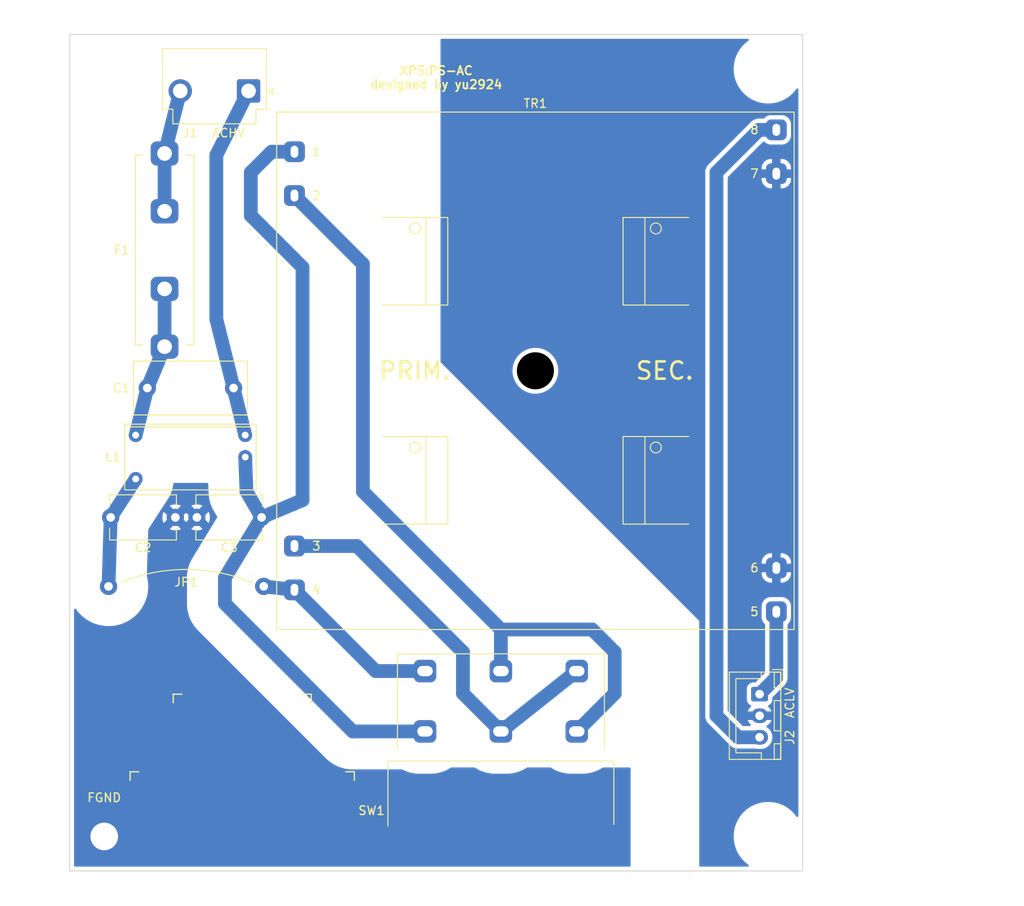
<source format=kicad_pcb>
(kicad_pcb (version 20211014) (generator pcbnew)
  (title_block (title "XPS:PS-AC") (company "yu2924"))
  (layers (0 "F.Cu" signal) (31 "B.Cu" signal) (34 "B.Paste" user) (35 "F.Paste" user) (36 "B.SilkS" user "B.Silkscreen") (37 "F.SilkS" user "F.Silkscreen") (38 "B.Mask" user) (39 "F.Mask" user) (44 "Edge.Cuts" user))
  (net 0 "")
  (net 1 "GNDREF")
  (net 2 "/B")
  (net 3 "Net-(J2-Pad1)")
  (net 4 "Net-(J2-Pad2)")
  (net 5 "Net-(J2-Pad3)")
  (net 6 "/C")
  (net 7 "/F")
  (net 8 "/A")
  (net 9 "/D")
  (net 10 "/H")
  (net 11 "/G")
  (net 12 "/E")
  (footprint "Local:JumpWire-P18mm" (layer "F.Cu") (at 43.5 94)
    (fp_text reference "JP1" (at 0 -0.5 unlocked) (layer "F.SilkS"))
    (fp_text value "jmp")
    (fp_arc (start -7.5 -0.499999) (mid 0.096155 -1.962232) (end 7.677871 -0.42689) (layer "F.SilkS") (width 0.12))
    (pad "1" thru_hole circle (at -9 0) (size 2 2) (drill 1) (layers *.Cu *.Mask) (net 6 "/C"))
    (pad "2" thru_hole circle (at 9 0) (size 2 2) (drill 1) (layers *.Cu *.Mask) (net 9 "/D"))
  )
  (footprint "Connector_JST:JST_VH_B2P3-VH_1x02_P7.92mm_Vertical" (layer "F.Cu") (at 50.7375 36.55 180)
    (fp_text reference "J1" (at 6.7675 -4.88 180) (layer "F.SilkS"))
    (fp_text value "ACHV" (at 2.3225 -4.88 180) (layer "F.SilkS"))
    (fp_line (start -2.86 0.3) (end -2.86 -0.3) (layer "F.SilkS") (width 0.12))
    (fp_line (start 8.78 -2.11) (end 9.98 -2.11) (layer "F.SilkS") (width 0.12))
    (fp_line (start -2.86 -0.3) (end -2.26 0) (layer "F.SilkS") (width 0.12))
    (fp_line (start 9.98 4.91) (end -2.06 4.91) (layer "F.SilkS") (width 0.12))
    (fp_line (start -2.06 -2.11) (end -0.86 -2.11) (layer "F.SilkS") (width 0.12))
    (fp_line (start 9.98 -2.11) (end 9.98 4.91) (layer "F.SilkS") (width 0.12))
    (fp_line (start -0.86 -2.11) (end -0.86 -3.81) (layer "F.SilkS") (width 0.12))
    (fp_line (start -0.86 -3.81) (end 8.78 -3.81) (layer "F.SilkS") (width 0.12))
    (fp_line (start 8.78 -3.81) (end 8.78 -2.11) (layer "F.SilkS") (width 0.12))
    (fp_line (start -2.06 4.91) (end -2.06 -2.11) (layer "F.SilkS") (width 0.12))
    (fp_line (start -2.26 0) (end -2.86 0.3) (layer "F.SilkS") (width 0.12))
    (pad "1" thru_hole roundrect locked (at 0 0 180) (size 2.7 2.7) (drill 1.7) (layers *.Cu *.Mask) (roundrect_rratio 0.09259296296) (net 12 "/E"))
    (pad "2" thru_hole circle locked (at 7.92 0 180) (size 2.7 2.7) (drill 1.7) (layers *.Cu *.Mask) (net 8 "/A"))
  )
  (footprint "Capacitor_THT:C_Disc_D7.5mm_W5.0mm_P7.50mm" (layer "F.Cu") (at 34.75 86)
    (fp_text reference "C2" (at 3.75 3.5) (layer "F.SilkS"))
    (fp_text value "1n")
    (fp_line (start -0.12 -2.62) (end -0.12 -1.256) (layer "F.SilkS") (width 0.12))
    (fp_line (start 7.62 -2.62) (end 7.62 -1.256) (layer "F.SilkS") (width 0.12))
    (fp_line (start -0.12 2.62) (end 7.62 2.62) (layer "F.SilkS") (width 0.12))
    (fp_line (start 7.62 1.256) (end 7.62 2.62) (layer "F.SilkS") (width 0.12))
    (fp_line (start -0.12 1.256) (end -0.12 2.62) (layer "F.SilkS") (width 0.12))
    (fp_line (start -0.12 -2.62) (end 7.62 -2.62) (layer "F.SilkS") (width 0.12))
    (pad "1" thru_hole circle locked (at 0 0) (size 2 2) (drill 1) (layers *.Cu *.Mask) (net 6 "/C"))
    (pad "2" thru_hole circle locked (at 7.5 0) (size 2 2) (drill 1) (layers *.Cu *.Mask) (net 1 "GNDREF"))
  )
  (footprint "Capacitor_THT:C_Rect_L13.0mm_W6.0mm_P10.00mm_FKS3_FKP3_MKS4" (layer "F.Cu") (at 39 71)
    (fp_text reference "C1" (at -3 0) (layer "F.SilkS"))
    (fp_text value "100n")
    (fp_line (start -1.62 -3.12) (end -1.62 3.12) (layer "F.SilkS") (width 0.12))
    (fp_line (start 11.62 -3.12) (end 11.62 3.12) (layer "F.SilkS") (width 0.12))
    (fp_line (start -1.62 -3.12) (end 11.62 -3.12) (layer "F.SilkS") (width 0.12))
    (fp_line (start -1.62 3.12) (end 11.62 3.12) (layer "F.SilkS") (width 0.12))
    (pad "1" thru_hole circle locked (at 0 0) (size 2 2) (drill 1) (layers *.Cu *.Mask) (net 2 "/B"))
    (pad "2" thru_hole circle locked (at 10 0) (size 2 2) (drill 1) (layers *.Cu *.Mask) (net 12 "/E"))
  )
  (footprint "Local:JST-XH-B3B-XH-A-1x03-P2.50mm-Vertical" (layer "F.Cu") (at 110 106.5 -90)
    (fp_text reference "J2" (at 5 -3.5 90 unlocked) (layer "F.SilkS"))
    (fp_text value "ACLV" (at 1 -3.5 90 unlocked) (layer "F.SilkS"))
    (fp_line (start -0.75 -2.45) (end -2.55 -2.45) (layer "F.SilkS") (width 0.12))
    (fp_line (start -2.56 3.51) (end 7.56 3.51) (layer "F.SilkS") (width 0.12))
    (fp_line (start 0.75 -1.7) (end 4.25 -1.7) (layer "F.SilkS") (width 0.12))
    (fp_line (start -2.55 -0.2) (end -1.8 -0.2) (layer "F.SilkS") (width 0.12))
    (fp_line (start 7.55 -2.45) (end 5.75 -2.45) (layer "F.SilkS") (width 0.12))
    (fp_line (start 7.56 -2.46) (end -2.56 -2.46) (layer "F.SilkS") (width 0.12))
    (fp_line (start -2.56 -2.46) (end -2.56 3.51) (layer "F.SilkS") (width 0.12))
    (fp_line (start -0.75 -1.7) (end -0.75 -2.45) (layer "F.SilkS") (width 0.12))
    (fp_line (start 4.25 -2.45) (end 0.75 -2.45) (layer "F.SilkS") (width 0.12))
    (fp_line (start -1.8 2.75) (end 2.5 2.75) (layer "F.SilkS") (width 0.12))
    (fp_line (start 6.8 -0.2) (end 6.8 2.75) (layer "F.SilkS") (width 0.12))
    (fp_line (start 7.56 3.51) (end 7.56 -2.46) (layer "F.SilkS") (width 0.12))
    (fp_line (start 7.55 -0.2) (end 6.8 -0.2) (layer "F.SilkS") (width 0.12))
    (fp_line (start 6.8 2.75) (end 2.5 2.75) (layer "F.SilkS") (width 0.12))
    (fp_line (start 5.75 -2.45) (end 5.75 -1.7) (layer "F.SilkS") (width 0.12))
    (fp_line (start -2.55 -2.45) (end -2.55 -1.7) (layer "F.SilkS") (width 0.12))
    (fp_line (start -2.55 -1.7) (end -0.75 -1.7) (layer "F.SilkS") (width 0.12))
    (fp_line (start 0.75 -2.45) (end 0.75 -1.7) (layer "F.SilkS") (width 0.12))
    (fp_line (start -2.85 -2.75) (end -2.85 -1.5) (layer "F.SilkS") (width 0.12))
    (fp_line (start 5.75 -1.7) (end 7.55 -1.7) (layer "F.SilkS") (width 0.12))
    (fp_line (start 7.55 -1.7) (end 7.55 -2.45) (layer "F.SilkS") (width 0.12))
    (fp_line (start -1.6 -2.75) (end -2.85 -2.75) (layer "F.SilkS") (width 0.12))
    (fp_line (start -1.8 -0.2) (end -1.8 2.75) (layer "F.SilkS") (width 0.12))
    (fp_line (start 4.25 -1.7) (end 4.25 -2.45) (layer "F.SilkS") (width 0.12))
    (pad "1" thru_hole roundrect (at 0 0 270) (size 1.7 1.95) (drill 1) (layers *.Cu *.Mask) (roundrect_rratio 0.1470588235) (net 3 "Net-(J2-Pad1)"))
    (pad "2" thru_hole oval (at 2.5 0 270) (size 1.7 1.95) (drill 1) (layers *.Cu *.Mask) (net 4 "Net-(J2-Pad2)"))
    (pad "3" thru_hole oval (at 5 0 270) (size 1.7 1.95) (drill 1) (layers *.Cu *.Mask) (net 5 "Net-(J2-Pad3)"))
  )
  (footprint "MountingHole:MountingHole_3.2mm_M3" (layer "F.Cu") (at 111 34)
    (fp_text reference "REF**" hide)
    (fp_text value "MountingHole_3.2mm_M3" hide)
    (pad "" np_thru_hole circle locked (at 0 0) (size 3.2 3.2) (drill 3.2) (layers F&B.Cu *.Mask) (clearance 2.4))
  )
  (footprint "Local:C&K-V80212MA08Q" (layer "F.Cu") (at 80 110.82)
    (fp_text reference "SW1" (at -15 9.18 unlocked) (layer "F.SilkS"))
    (fp_text value "V80212MA08Q")
    (fp_line (start -13.1 11) (end -13.1 3.43) (layer "F.SilkS") (width 0.12))
    (fp_line (start -13.1 3.43) (end 13.1 3.43) (layer "F.SilkS") (width 0.12))
    (fp_line (start 13.1 3.43) (end 13.1 10.8) (layer "F.SilkS") (width 0.12))
    (fp_line (start 12 -9) (end 12 2) (layer "F.SilkS") (width 0.12))
    (fp_line (start -12 2) (end -12 -9) (layer "F.SilkS") (width 0.12))
    (fp_line (start -12 -9) (end 12 -9) (layer "F.SilkS") (width 0.12))
    (pad "1" thru_hole roundrect (at 8.8 0) (size 2.6 2.6) (drill oval 1.8 1.2) (layers *.Cu *.Mask) (net 10 "/H"))
    (pad "2" thru_hole roundrect (at 0 0) (size 2.6 2.6) (drill oval 1.8 1.2) (layers *.Cu *.Mask) (net 11 "/G"))
    (pad "3" thru_hole roundrect (at -8.8 0) (size 2.6 2.6) (drill oval 1.8 1.2) (layers *.Cu *.Mask) (net 7 "/F"))
    (pad "4" thru_hole roundrect (at 8.8 -7) (size 2.6 2.6) (drill oval 1.8 1.2) (layers *.Cu *.Mask) (net 11 "/G"))
    (pad "5" thru_hole roundrect (at 0 -7) (size 2.6 2.6) (drill oval 1.8 1.2) (layers *.Cu *.Mask) (net 10 "/H"))
    (pad "6" thru_hole roundrect (at -8.8 -7) (size 2.6 2.6) (drill oval 1.8 1.2) (layers *.Cu *.Mask) (net 9 "/D"))
  )
  (footprint "Capacitor_THT:C_Disc_D7.5mm_W5.0mm_P7.50mm" (layer "F.Cu") (at 44.75 86)
    (fp_text reference "C3" (at 3.75 3.5) (layer "F.SilkS"))
    (fp_text value "1n")
    (fp_line (start -0.12 2.62) (end 7.62 2.62) (layer "F.SilkS") (width 0.12))
    (fp_line (start -0.12 -2.62) (end -0.12 -1.256) (layer "F.SilkS") (width 0.12))
    (fp_line (start 7.62 1.256) (end 7.62 2.62) (layer "F.SilkS") (width 0.12))
    (fp_line (start -0.12 1.256) (end -0.12 2.62) (layer "F.SilkS") (width 0.12))
    (fp_line (start 7.62 -2.62) (end 7.62 -1.256) (layer "F.SilkS") (width 0.12))
    (fp_line (start -0.12 -2.62) (end 7.62 -2.62) (layer "F.SilkS") (width 0.12))
    (pad "1" thru_hole circle locked (at 0 0) (size 2 2) (drill 1) (layers *.Cu *.Mask) (net 1 "GNDREF"))
    (pad "2" thru_hole circle locked (at 7.5 0) (size 2 2) (drill 1) (layers *.Cu *.Mask) (net 7 "/F"))
  )
  (footprint "Local:Schaffner-RC212" (layer "F.Cu") (at 44 79)
    (fp_text reference "L1" (at -9 0 unlocked) (layer "F.SilkS"))
    (fp_text value "10m")
    (fp_line (start -7 -3.5) (end 7 -3.5) (layer "F.SilkS") (width 0.12))
    (fp_rect (start -7.62 -3.81) (end 7.62 3.81) (layer "F.SilkS") (width 0.12) (fill none))
    (pad "1" thru_hole circle (at -6.35 -2.54) (size 1.6 1.6) (drill 0.8) (layers *.Cu *.Mask) (net 2 "/B"))
    (pad "2" thru_hole circle (at -6.35 2.54) (size 1.6 1.6) (drill 0.8) (layers *.Cu *.Mask) (net 6 "/C"))
    (pad "3" thru_hole circle (at 6.35 -2.54) (size 1.6 1.6) (drill 0.8) (layers *.Cu *.Mask) (net 12 "/E"))
    (pad "4" thru_hole circle (at 6.35 0) (size 1.6 1.6) (drill 0.8) (layers *.Cu *.Mask) (net 7 "/F"))
  )
  (footprint "MountingHole:MountingHole_3.2mm_M3_Pad" (layer "F.Cu") (at 34 123)
    (fp_text reference "H1" hide)
    (fp_text value "FGND" (at 0 -4.5) (layer "F.SilkS"))
    (pad "1" thru_hole circle locked (at 0 0) (size 6.4 6.4) (drill 3.2) (layers *.Cu *.Mask) (net 1 "GNDREF"))
  )
  (footprint "MountingHole:MountingHole_3.2mm_M3" (layer "F.Cu") (at 111 123)
    (fp_text reference "REF**" hide)
    (fp_text value "MountingHole_3.2mm_M3" hide)
    (pad "" np_thru_hole circle locked (at 0 0) (size 3.2 3.2) (drill 3.2) (layers F&B.Cu *.Mask) (clearance 2.4))
  )
  (footprint "Local:RS-124-3869" (layer "F.Cu") (at 84 69)
    (fp_text reference "TR1" (at 0 -31 unlocked) (layer "F.SilkS"))
    (fp_text value "RS124-3869")
    (fp_text user "3" (at -25.4 20.32 unlocked) (layer "F.SilkS"))
    (fp_text user "6" (at 25.4 22.86 unlocked) (layer "F.SilkS"))
    (fp_text user "SEC." (at 15 0 unlocked) (layer "F.SilkS") (effects (font (size 2 2) (thickness 0.3))))
    (fp_text user "2" (at -25.4 -20.32 unlocked) (layer "F.SilkS"))
    (fp_text user "1" (at -25.4 -25.4 unlocked) (layer "F.SilkS"))
    (fp_text user "8" (at 25.4 -27.94 unlocked) (layer "F.SilkS"))
    (fp_text user "PRIM." (at -14 0 unlocked) (layer "F.SilkS") (effects (font (size 2 2) (thickness 0.3))))
    (fp_text user "5" (at 25.4 27.94 unlocked) (layer "F.SilkS"))
    (fp_text user "7" (at 25.4 -22.86 unlocked) (layer "F.SilkS"))
    (fp_text user "4" (at -25.4 25.4 unlocked) (layer "F.SilkS"))
    (fp_line (start 12.7 7.62) (end 17.78 7.62) (layer "F.SilkS") (width 0.12))
    (fp_line (start -17.78 7.62) (end -12.7 7.62) (layer "F.SilkS") (width 0.12))
    (fp_line (start -12.7 -7.62) (end -17.78 -7.62) (layer "F.SilkS") (width 0.12))
    (fp_line (start 12.7 -7.62) (end 17.78 -7.62) (layer "F.SilkS") (width 0.12))
    (fp_line (start -17.78 -17.78) (end -12.7 -17.78) (layer "F.SilkS") (width 0.12))
    (fp_line (start 12.7 -17.78) (end 17.78 -17.78) (layer "F.SilkS") (width 0.12))
    (fp_line (start 12.7 17.78) (end 17.78 17.78) (layer "F.SilkS") (width 0.12))
    (fp_line (start -12.7 17.78) (end -17.78 17.78) (layer "F.SilkS") (width 0.12))
    (fp_rect (start -12.7 7.62) (end -10.16 17.78) (layer "F.SilkS") (width 0.12) (fill none))
    (fp_rect (start 10.16 7.62) (end 12.7 17.78) (layer "F.SilkS") (width 0.12) (fill none))
    (fp_rect (start -30 -30) (end 30 30) (layer "F.SilkS") (width 0.12) (fill none))
    (fp_rect (start 10.16 -17.78) (end 12.7 -7.62) (layer "F.SilkS") (width 0.12) (fill none))
    (fp_rect (start -12.7 -17.78) (end -10.16 -7.62) (layer "F.SilkS") (width 0.12) (fill none))
    (fp_circle (center -13.97 8.89) (end -13.335 8.89) (layer "F.SilkS") (width 0.12) (fill none))
    (fp_circle (center 13.97 -16.51) (end 14.605 -16.51) (layer "F.SilkS") (width 0.12) (fill none))
    (fp_circle (center 13.97 8.89) (end 14.605 8.89) (layer "F.SilkS") (width 0.12) (fill none))
    (fp_circle (center -13.97 -16.51) (end -13.335 -16.51) (layer "F.SilkS") (width 0.12) (fill none))
    (pad "" np_thru_hole circle (at 0 0) (size 4.3 4.3) (drill 4.3) (layers *.Mask))
    (pad "1" thru_hole roundrect (at -27.94 -25.4) (size 2.4 2.4) (drill oval 0.9 1.4) (layers *.Cu *.Mask) (net 7 "/F"))
    (pad "2" thru_hole roundrect (at -27.94 -20.32) (size 2.4 2.4) (drill oval 0.9 1.4) (layers *.Cu *.Mask) (net 10 "/H"))
    (pad "3" thru_hole roundrect (at -27.94 20.32) (size 2.4 2.4) (drill oval 0.9 1.4) (layers *.Cu *.Mask) (net 11 "/G"))
    (pad "4" thru_hole roundrect (at -27.94 25.4) (size 2.4 2.4) (drill oval 0.9 1.4) (layers *.Cu *.Mask) (net 9 "/D"))
    (pad "5" thru_hole roundrect (at 27.94 27.94) (size 2.4 2.4) (drill oval 0.9 1.4) (layers *.Cu *.Mask) (net 3 "Net-(J2-Pad1)"))
    (pad "6" thru_hole roundrect (at 27.94 22.86) (size 2.4 2.4) (drill oval 0.9 1.4) (layers *.Cu *.Mask) (net 4 "Net-(J2-Pad2)"))
    (pad "7" thru_hole roundrect (at 27.94 -22.86) (size 2.4 2.4) (drill oval 0.9 1.4) (layers *.Cu *.Mask) (net 4 "Net-(J2-Pad2)"))
    (pad "8" thru_hole roundrect (at 27.94 -27.94) (size 2.4 2.4) (drill oval 0.9 1.4) (layers *.Cu *.Mask) (net 5 "Net-(J2-Pad3)"))
  )
  (footprint "Local:FUSEHOLDER-FUC-03A" (layer "F.Cu") (at 41 55 -90)
    (fp_text reference "F1" (at 0 5 unlocked) (layer "F.SilkS"))
    (fp_text value "Fuse")
    (fp_line (start 11 -3.4) (end 11 -2.5) (layer "F.SilkS") (width 0.12))
    (fp_line (start -11 2.5) (end -11 3.4) (layer "F.SilkS") (width 0.12))
    (fp_line (start -11 -3.4) (end 11 -3.4) (layer "F.SilkS") (width 0.12))
    (fp_line (start 11 3.4) (end 11 2.5) (layer "F.SilkS") (width 0.12))
    (fp_line (start -11 -2.5) (end -11 -3.4) (layer "F.SilkS") (width 0.12))
    (fp_line (start -11 3.4) (end 11 3.4) (layer "F.SilkS") (width 0.12))
    (pad "1" thru_hole roundrect (at -4.5 0 270) (size 2.8 3.2) (drill 1.7) (layers *.Cu *.Mask) (net 8 "/A"))
    (pad "1" thru_hole roundrect (at -11.2 0 270) (size 2.8 3.2) (drill 1.7) (layers *.Cu *.Mask) (net 8 "/A"))
    (pad "2" thru_hole roundrect (at 11.2 0 270) (size 2.8 3.2) (drill 1.7) (layers *.Cu *.Mask) (net 2 "/B"))
    (pad "2" thru_hole roundrect (at 4.5 0 270) (size 2.8 3.2) (drill 1.7) (layers *.Cu *.Mask) (net 2 "/B"))
  )
  (footprint "MountingHole:MountingHole_3.2mm_M3" (layer "F.Cu") (at 34 34)
    (fp_text reference "REF**" hide)
    (fp_text value "MountingHole_3.2mm_M3" hide)
    (pad "" np_thru_hole circle locked (at 0 0) (size 3.2 3.2) (drill 3.2) (layers F&B.Cu *.Mask) (clearance 2.4))
  )
  (gr_line (start 42 106.5) (end 43 106.5) (layer "F.SilkS") (width 0.15))
  (gr_line (start 58 106.5) (end 58 107.5) (layer "F.SilkS") (width 0.15))
  (gr_line (start 37 116.5) (end 37 115.5) (layer "F.SilkS") (width 0.15))
  (gr_line (start 62 115.5) (end 63 115.5) (layer "F.SilkS") (width 0.15))
  (gr_line (start 57 106.5) (end 58 106.5) (layer "F.SilkS") (width 0.15))
  (gr_line (start 63 115.5) (end 63 116.5) (layer "F.SilkS") (width 0.15))
  (gr_line (start 42 107.5) (end 42 106.5) (layer "F.SilkS") (width 0.15))
  (gr_line (start 37 115.5) (end 38 115.5) (layer "F.SilkS") (width 0.15))
  (gr_rect (start 30 30) (end 115 127) (layer "Edge.Cuts") (width 0.1) (fill none))
  (gr_text "XPS:PS-AC\ndesigned by yu2924" (at 72.5 35) (layer "F.SilkS") (effects (font (size 1 1) (thickness 0.2))))
  (segment (start 41 66.2) (end 39 71) (width 1.6) (layer "B.Cu") (net 2))
  (segment (start 39 71) (end 37.65 76.46) (width 1.6) (layer "B.Cu") (net 2))
  (segment (start 41 59.5) (end 41 66.2) (width 1.6) (layer "B.Cu") (net 2))
  (segment (start 111.94 104.56) (end 110 106.5) (width 1.6) (layer "B.Cu") (net 3))
  (segment (start 111.94 96.94) (end 111.94 104.56) (width 1.6) (layer "B.Cu") (net 3))
  (segment (start 109.94 41.06) (end 105 46) (width 1.6) (layer "B.Cu") (net 5))
  (segment (start 109.94 41.06) (end 111.94 41.06) (width 1.6) (layer "B.Cu") (net 5))
  (segment (start 110 111.5) (end 107.5 111.5) (width 1.6) (layer "B.Cu") (net 5))
  (segment (start 105 109) (end 105 46) (width 1.6) (layer "B.Cu") (net 5))
  (segment (start 107.5 111.5) (end 105 109) (width 1.6) (layer "B.Cu") (net 5))
  (segment (start 34.5 94) (end 34.75 86) (width 1.6) (layer "B.Cu") (net 6))
  (segment (start 34.75 86) (end 37.65 81.54) (width 1.6) (layer "B.Cu") (net 6))
  (segment (start 52.25 86) (end 57 84) (width 1.6) (layer "B.Cu") (net 7))
  (segment (start 51 51) (end 51 46) (width 1.6) (layer "B.Cu") (net 7))
  (segment (start 57 57) (end 51 51) (width 1.6) (layer "B.Cu") (net 7))
  (segment (start 50.5 83) (end 52.25 86) (width 1.6) (layer "B.Cu") (net 7))
  (segment (start 48 93) (end 52.25 86) (width 1.6) (layer "B.Cu") (net 7))
  (segment (start 51 46) (end 53.4 43.6) (width 1.6) (layer "B.Cu") (net 7))
  (segment (start 50.35 79) (end 50.5 83) (width 1.6) (layer "B.Cu") (net 7))
  (segment (start 62.82 110.82) (end 48 96) (width 1.6) (layer "B.Cu") (net 7))
  (segment (start 53.4 43.6) (end 56.06 43.6) (width 1.6) (layer "B.Cu") (net 7))
  (segment (start 48 96) (end 48 93) (width 1.6) (layer "B.Cu") (net 7))
  (segment (start 71.2 110.82) (end 62.82 110.82) (width 1.6) (layer "B.Cu") (net 7))
  (segment (start 57 84) (end 57 57) (width 1.6) (layer "B.Cu") (net 7))
  (segment (start 41 43.8) (end 41 50.5) (width 1.6) (layer "B.Cu") (net 8))
  (segment (start 42.8175 36.55) (end 41 43.8) (width 1.6) (layer "B.Cu") (net 8))
  (segment (start 71.2 103.82) (end 65.48 103.82) (width 1.6) (layer "B.Cu") (net 9))
  (segment (start 65.48 103.82) (end 56.06 94.4) (width 1.6) (layer "B.Cu") (net 9))
  (segment (start 52.5 94) (end 56.06 94.4) (width 1.6) (layer "B.Cu") (net 9))
  (segment (start 80 99) (end 64 83) (width 1.6) (layer "B.Cu") (net 10))
  (segment (start 93.19952 106.42048) (end 88.8 110.82) (width 1.6) (layer "B.Cu") (net 10))
  (segment (start 80 99) (end 90.582622 99) (width 1.6) (layer "B.Cu") (net 10))
  (segment (start 64 83) (end 64 56.62) (width 1.6) (layer "B.Cu") (net 10))
  (segment (start 93.19952 101.616898) (end 93.19952 106.42048) (width 1.6) (layer "B.Cu") (net 10))
  (segment (start 80 103.82) (end 80 99) (width 1.6) (layer "B.Cu") (net 10))
  (segment (start 64 56.62) (end 56.06 48.68) (width 1.6) (layer "B.Cu") (net 10))
  (segment (start 90.582622 99) (end 93.19952 101.616898) (width 1.6) (layer "B.Cu") (net 10))
  (segment (start 75.59952 101.616898) (end 63.302622 89.32) (width 1.6) (layer "B.Cu") (net 11))
  (segment (start 75.60048 101.616898) (end 75.59952 101.616898) (width 1.6) (layer "B.Cu") (net 11))
  (segment (start 63.302622 89.32) (end 56.06 89.32) (width 1.6) (layer "B.Cu") (net 11))
  (segment (start 88.8 103.82) (end 80 110.82) (width 1.6) (layer "B.Cu") (net 11))
  (segment (start 80 110.82) (end 75.60048 106.42048) (width 1.6) (layer "B.Cu") (net 11))
  (segment (start 75.60048 106.42048) (end 75.60048 101.616898) (width 1.6) (layer "B.Cu") (net 11))
  (segment (start 49 71) (end 50.35 76.46) (width 1.6) (layer "B.Cu") (net 12))
  (segment (start 47 63) (end 49 71) (width 1.6) (layer "B.Cu") (net 12))
  (segment (start 50.7375 36.55) (end 47 44) (width 1.6) (layer "B.Cu") (net 12))
  (segment (start 47 44) (end 47 63) (width 1.6) (layer "B.Cu") (net 12))
  (zone (net 4) (net_name "Net-(J2-Pad2)") (layer "B.Cu") (connect_pads (clearance 0.5)) (min_thickness 0.25) (fill yes (thermal_gap 0.5) (thermal_bridge_width 1))
    (polygon (pts (xy 115 127) (xy 103 127) (xy 103 98) (xy 73 68) (xy 73 30) (xy 115 30)))
  )
  (zone (net 1) (net_name "GNDREF") (layer "B.Cu") (connect_pads (clearance 0.5)) (min_thickness 0.25) (fill yes (thermal_gap 0.5) (thermal_bridge_width 1))
    (polygon (pts (xy 95.044168 127.000015) (xy 30 127) (xy 30 82) (xy 65.044259 82) (xy 65.044259 115) (xy 95.044259 115.000015)))
  )
)
</source>
